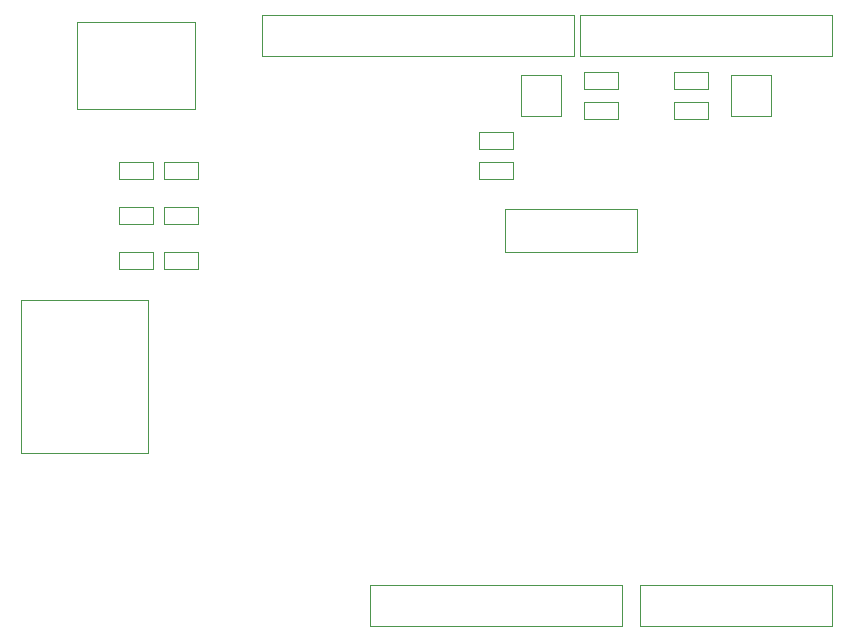
<source format=gbr>
%TF.GenerationSoftware,KiCad,Pcbnew,(5.1.10)-1*%
%TF.CreationDate,2021-10-27T21:18:11-05:00*%
%TF.ProjectId,KVLShield,4b564c53-6869-4656-9c64-2e6b69636164,1.0*%
%TF.SameCoordinates,Original*%
%TF.FileFunction,Other,User*%
%FSLAX46Y46*%
G04 Gerber Fmt 4.6, Leading zero omitted, Abs format (unit mm)*
G04 Created by KiCad (PCBNEW (5.1.10)-1) date 2021-10-27 21:18:11*
%MOMM*%
%LPD*%
G01*
G04 APERTURE LIST*
%ADD10C,0.050000*%
G04 APERTURE END LIST*
D10*
%TO.C,SW1*%
X112348000Y-81805000D02*
X122348000Y-81805000D01*
X122348000Y-81805000D02*
X122348000Y-74405000D01*
X122348000Y-74405000D02*
X112348000Y-74405000D01*
X112348000Y-74405000D02*
X112348000Y-81805000D01*
%TO.C,R9*%
X122638000Y-93845000D02*
X122638000Y-95305000D01*
X122638000Y-95305000D02*
X119678000Y-95305000D01*
X119678000Y-95305000D02*
X119678000Y-93845000D01*
X119678000Y-93845000D02*
X122638000Y-93845000D01*
%TO.C,D5*%
X115868000Y-95345000D02*
X115868000Y-93885000D01*
X115868000Y-93885000D02*
X118828000Y-93885000D01*
X118828000Y-93885000D02*
X118828000Y-95345000D01*
X118828000Y-95345000D02*
X115868000Y-95345000D01*
%TO.C,D4*%
X115868000Y-91535000D02*
X115868000Y-90075000D01*
X115868000Y-90075000D02*
X118828000Y-90075000D01*
X118828000Y-90075000D02*
X118828000Y-91535000D01*
X118828000Y-91535000D02*
X115868000Y-91535000D01*
%TO.C,D3*%
X115868000Y-87725000D02*
X115868000Y-86265000D01*
X115868000Y-86265000D02*
X118828000Y-86265000D01*
X118828000Y-86265000D02*
X118828000Y-87725000D01*
X118828000Y-87725000D02*
X115868000Y-87725000D01*
%TO.C,J1*%
X118378000Y-97905000D02*
X107578000Y-97905000D01*
X107578000Y-97905000D02*
X107578000Y-110915000D01*
X107578000Y-110915000D02*
X118378000Y-110915000D01*
X118378000Y-110915000D02*
X118378000Y-97905000D01*
%TO.C,J2*%
X148568000Y-93875000D02*
X159768000Y-93875000D01*
X159768000Y-93875000D02*
X159768000Y-90275000D01*
X159768000Y-90275000D02*
X148568000Y-90275000D01*
X148568000Y-90275000D02*
X148568000Y-93875000D01*
%TO.C,Q2*%
X167718000Y-78895000D02*
X171118000Y-78895000D01*
X171118000Y-78895000D02*
X171118000Y-82395000D01*
X171118000Y-82395000D02*
X167718000Y-82395000D01*
X167718000Y-82395000D02*
X167718000Y-78895000D01*
%TO.C,Q1*%
X153338000Y-82395000D02*
X149938000Y-82395000D01*
X149938000Y-82395000D02*
X149938000Y-78895000D01*
X149938000Y-78895000D02*
X153338000Y-78895000D01*
X153338000Y-78895000D02*
X153338000Y-82395000D01*
%TO.C,R8*%
X122638000Y-90075000D02*
X122638000Y-91535000D01*
X122638000Y-91535000D02*
X119678000Y-91535000D01*
X119678000Y-91535000D02*
X119678000Y-90075000D01*
X119678000Y-90075000D02*
X122638000Y-90075000D01*
%TO.C,R7*%
X122638000Y-86265000D02*
X122638000Y-87725000D01*
X122638000Y-87725000D02*
X119678000Y-87725000D01*
X119678000Y-87725000D02*
X119678000Y-86265000D01*
X119678000Y-86265000D02*
X122638000Y-86265000D01*
%TO.C,R6*%
X162858000Y-80105000D02*
X162858000Y-78645000D01*
X162858000Y-78645000D02*
X165818000Y-78645000D01*
X165818000Y-78645000D02*
X165818000Y-80105000D01*
X165818000Y-80105000D02*
X162858000Y-80105000D01*
%TO.C,R5*%
X149308000Y-86265000D02*
X149308000Y-87725000D01*
X149308000Y-87725000D02*
X146348000Y-87725000D01*
X146348000Y-87725000D02*
X146348000Y-86265000D01*
X146348000Y-86265000D02*
X149308000Y-86265000D01*
%TO.C,R4*%
X162858000Y-82645000D02*
X162858000Y-81185000D01*
X162858000Y-81185000D02*
X165818000Y-81185000D01*
X165818000Y-81185000D02*
X165818000Y-82645000D01*
X165818000Y-82645000D02*
X162858000Y-82645000D01*
%TO.C,R3*%
X158198000Y-81185000D02*
X158198000Y-82645000D01*
X158198000Y-82645000D02*
X155238000Y-82645000D01*
X155238000Y-82645000D02*
X155238000Y-81185000D01*
X155238000Y-81185000D02*
X158198000Y-81185000D01*
%TO.C,R2*%
X149308000Y-83725000D02*
X149308000Y-85185000D01*
X149308000Y-85185000D02*
X146348000Y-85185000D01*
X146348000Y-85185000D02*
X146348000Y-83725000D01*
X146348000Y-83725000D02*
X149308000Y-83725000D01*
%TO.C,R1*%
X158198000Y-78645000D02*
X158198000Y-80105000D01*
X158198000Y-80105000D02*
X155238000Y-80105000D01*
X155238000Y-80105000D02*
X155238000Y-78645000D01*
X155238000Y-78645000D02*
X158198000Y-78645000D01*
%TO.C,P1*%
X137188000Y-122075000D02*
X137188000Y-125575000D01*
X158488000Y-122075000D02*
X158488000Y-125575000D01*
X137188000Y-122075000D02*
X158488000Y-122075000D01*
X137188000Y-125575000D02*
X158488000Y-125575000D01*
%TO.C,P2*%
X160048000Y-122075000D02*
X160048000Y-125575000D01*
X176248000Y-122075000D02*
X176248000Y-125575000D01*
X160048000Y-122075000D02*
X176248000Y-122075000D01*
X160048000Y-125575000D02*
X176248000Y-125575000D01*
%TO.C,P3*%
X128044000Y-73815000D02*
X128044000Y-77315000D01*
X154444000Y-73815000D02*
X154444000Y-77315000D01*
X128044000Y-73815000D02*
X154444000Y-73815000D01*
X128044000Y-77315000D02*
X154444000Y-77315000D01*
%TO.C,P4*%
X154968000Y-73815000D02*
X154968000Y-77315000D01*
X176268000Y-73815000D02*
X176268000Y-77315000D01*
X154968000Y-73815000D02*
X176268000Y-73815000D01*
X154968000Y-77315000D02*
X176268000Y-77315000D01*
%TD*%
M02*

</source>
